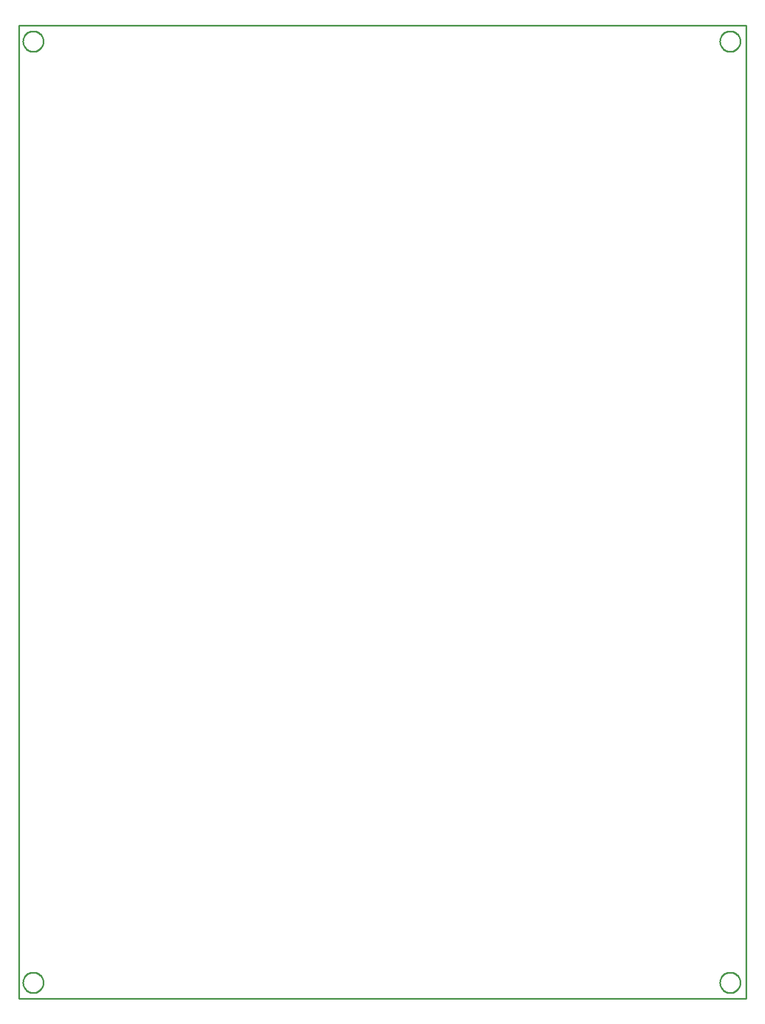
<source format=gbr>
G04 EAGLE Gerber RS-274X export*
G75*
%MOMM*%
%FSLAX34Y34*%
%LPD*%
%IN*%
%IPPOS*%
%AMOC8*
5,1,8,0,0,1.08239X$1,22.5*%
G01*
%ADD10C,0.254000*%


D10*
X3300Y0D02*
X1143000Y0D01*
X1143000Y1523800D01*
X3300Y1523800D01*
X3300Y0D01*
X1133600Y24876D02*
X1133532Y23831D01*
X1133395Y22792D01*
X1133190Y21765D01*
X1132919Y20753D01*
X1132583Y19761D01*
X1132182Y18793D01*
X1131718Y17854D01*
X1131195Y16946D01*
X1130613Y16075D01*
X1129975Y15244D01*
X1129284Y14457D01*
X1128543Y13716D01*
X1127756Y13025D01*
X1126925Y12388D01*
X1126054Y11806D01*
X1125146Y11282D01*
X1124207Y10818D01*
X1123239Y10417D01*
X1122247Y10081D01*
X1121235Y9810D01*
X1120208Y9605D01*
X1119169Y9469D01*
X1118124Y9400D01*
X1117076Y9400D01*
X1116031Y9469D01*
X1114992Y9605D01*
X1113965Y9810D01*
X1112953Y10081D01*
X1111961Y10417D01*
X1110993Y10818D01*
X1110054Y11282D01*
X1109146Y11806D01*
X1108275Y12388D01*
X1107444Y13025D01*
X1106657Y13716D01*
X1105916Y14457D01*
X1105225Y15244D01*
X1104588Y16075D01*
X1104006Y16946D01*
X1103482Y17854D01*
X1103018Y18793D01*
X1102617Y19761D01*
X1102281Y20753D01*
X1102010Y21765D01*
X1101805Y22792D01*
X1101669Y23831D01*
X1101600Y24876D01*
X1101600Y25924D01*
X1101669Y26969D01*
X1101805Y28008D01*
X1102010Y29035D01*
X1102281Y30047D01*
X1102617Y31039D01*
X1103018Y32007D01*
X1103482Y32946D01*
X1104006Y33854D01*
X1104588Y34725D01*
X1105225Y35556D01*
X1105916Y36343D01*
X1106657Y37084D01*
X1107444Y37775D01*
X1108275Y38413D01*
X1109146Y38995D01*
X1110054Y39518D01*
X1110993Y39982D01*
X1111961Y40383D01*
X1112953Y40719D01*
X1113965Y40990D01*
X1114992Y41195D01*
X1116031Y41332D01*
X1117076Y41400D01*
X1118124Y41400D01*
X1119169Y41332D01*
X1120208Y41195D01*
X1121235Y40990D01*
X1122247Y40719D01*
X1123239Y40383D01*
X1124207Y39982D01*
X1125146Y39518D01*
X1126054Y38995D01*
X1126925Y38413D01*
X1127756Y37775D01*
X1128543Y37084D01*
X1129284Y36343D01*
X1129975Y35556D01*
X1130613Y34725D01*
X1131195Y33854D01*
X1131718Y32946D01*
X1132182Y32007D01*
X1132583Y31039D01*
X1132919Y30047D01*
X1133190Y29035D01*
X1133395Y28008D01*
X1133532Y26969D01*
X1133600Y25924D01*
X1133600Y24876D01*
X1133600Y1498076D02*
X1133532Y1497031D01*
X1133395Y1495992D01*
X1133190Y1494965D01*
X1132919Y1493953D01*
X1132583Y1492961D01*
X1132182Y1491993D01*
X1131718Y1491054D01*
X1131195Y1490146D01*
X1130613Y1489275D01*
X1129975Y1488444D01*
X1129284Y1487657D01*
X1128543Y1486916D01*
X1127756Y1486225D01*
X1126925Y1485588D01*
X1126054Y1485006D01*
X1125146Y1484482D01*
X1124207Y1484018D01*
X1123239Y1483617D01*
X1122247Y1483281D01*
X1121235Y1483010D01*
X1120208Y1482805D01*
X1119169Y1482669D01*
X1118124Y1482600D01*
X1117076Y1482600D01*
X1116031Y1482669D01*
X1114992Y1482805D01*
X1113965Y1483010D01*
X1112953Y1483281D01*
X1111961Y1483617D01*
X1110993Y1484018D01*
X1110054Y1484482D01*
X1109146Y1485006D01*
X1108275Y1485588D01*
X1107444Y1486225D01*
X1106657Y1486916D01*
X1105916Y1487657D01*
X1105225Y1488444D01*
X1104588Y1489275D01*
X1104006Y1490146D01*
X1103482Y1491054D01*
X1103018Y1491993D01*
X1102617Y1492961D01*
X1102281Y1493953D01*
X1102010Y1494965D01*
X1101805Y1495992D01*
X1101669Y1497031D01*
X1101600Y1498076D01*
X1101600Y1499124D01*
X1101669Y1500169D01*
X1101805Y1501208D01*
X1102010Y1502235D01*
X1102281Y1503247D01*
X1102617Y1504239D01*
X1103018Y1505207D01*
X1103482Y1506146D01*
X1104006Y1507054D01*
X1104588Y1507925D01*
X1105225Y1508756D01*
X1105916Y1509543D01*
X1106657Y1510284D01*
X1107444Y1510975D01*
X1108275Y1511613D01*
X1109146Y1512195D01*
X1110054Y1512718D01*
X1110993Y1513182D01*
X1111961Y1513583D01*
X1112953Y1513919D01*
X1113965Y1514190D01*
X1114992Y1514395D01*
X1116031Y1514532D01*
X1117076Y1514600D01*
X1118124Y1514600D01*
X1119169Y1514532D01*
X1120208Y1514395D01*
X1121235Y1514190D01*
X1122247Y1513919D01*
X1123239Y1513583D01*
X1124207Y1513182D01*
X1125146Y1512718D01*
X1126054Y1512195D01*
X1126925Y1511613D01*
X1127756Y1510975D01*
X1128543Y1510284D01*
X1129284Y1509543D01*
X1129975Y1508756D01*
X1130613Y1507925D01*
X1131195Y1507054D01*
X1131718Y1506146D01*
X1132182Y1505207D01*
X1132583Y1504239D01*
X1132919Y1503247D01*
X1133190Y1502235D01*
X1133395Y1501208D01*
X1133532Y1500169D01*
X1133600Y1499124D01*
X1133600Y1498076D01*
X41400Y1498076D02*
X41332Y1497031D01*
X41195Y1495992D01*
X40990Y1494965D01*
X40719Y1493953D01*
X40383Y1492961D01*
X39982Y1491993D01*
X39518Y1491054D01*
X38995Y1490146D01*
X38413Y1489275D01*
X37775Y1488444D01*
X37084Y1487657D01*
X36343Y1486916D01*
X35556Y1486225D01*
X34725Y1485588D01*
X33854Y1485006D01*
X32946Y1484482D01*
X32007Y1484018D01*
X31039Y1483617D01*
X30047Y1483281D01*
X29035Y1483010D01*
X28008Y1482805D01*
X26969Y1482669D01*
X25924Y1482600D01*
X24876Y1482600D01*
X23831Y1482669D01*
X22792Y1482805D01*
X21765Y1483010D01*
X20753Y1483281D01*
X19761Y1483617D01*
X18793Y1484018D01*
X17854Y1484482D01*
X16946Y1485006D01*
X16075Y1485588D01*
X15244Y1486225D01*
X14457Y1486916D01*
X13716Y1487657D01*
X13025Y1488444D01*
X12388Y1489275D01*
X11806Y1490146D01*
X11282Y1491054D01*
X10818Y1491993D01*
X10417Y1492961D01*
X10081Y1493953D01*
X9810Y1494965D01*
X9605Y1495992D01*
X9469Y1497031D01*
X9400Y1498076D01*
X9400Y1499124D01*
X9469Y1500169D01*
X9605Y1501208D01*
X9810Y1502235D01*
X10081Y1503247D01*
X10417Y1504239D01*
X10818Y1505207D01*
X11282Y1506146D01*
X11806Y1507054D01*
X12388Y1507925D01*
X13025Y1508756D01*
X13716Y1509543D01*
X14457Y1510284D01*
X15244Y1510975D01*
X16075Y1511613D01*
X16946Y1512195D01*
X17854Y1512718D01*
X18793Y1513182D01*
X19761Y1513583D01*
X20753Y1513919D01*
X21765Y1514190D01*
X22792Y1514395D01*
X23831Y1514532D01*
X24876Y1514600D01*
X25924Y1514600D01*
X26969Y1514532D01*
X28008Y1514395D01*
X29035Y1514190D01*
X30047Y1513919D01*
X31039Y1513583D01*
X32007Y1513182D01*
X32946Y1512718D01*
X33854Y1512195D01*
X34725Y1511613D01*
X35556Y1510975D01*
X36343Y1510284D01*
X37084Y1509543D01*
X37775Y1508756D01*
X38413Y1507925D01*
X38995Y1507054D01*
X39518Y1506146D01*
X39982Y1505207D01*
X40383Y1504239D01*
X40719Y1503247D01*
X40990Y1502235D01*
X41195Y1501208D01*
X41332Y1500169D01*
X41400Y1499124D01*
X41400Y1498076D01*
X41400Y24876D02*
X41332Y23831D01*
X41195Y22792D01*
X40990Y21765D01*
X40719Y20753D01*
X40383Y19761D01*
X39982Y18793D01*
X39518Y17854D01*
X38995Y16946D01*
X38413Y16075D01*
X37775Y15244D01*
X37084Y14457D01*
X36343Y13716D01*
X35556Y13025D01*
X34725Y12388D01*
X33854Y11806D01*
X32946Y11282D01*
X32007Y10818D01*
X31039Y10417D01*
X30047Y10081D01*
X29035Y9810D01*
X28008Y9605D01*
X26969Y9469D01*
X25924Y9400D01*
X24876Y9400D01*
X23831Y9469D01*
X22792Y9605D01*
X21765Y9810D01*
X20753Y10081D01*
X19761Y10417D01*
X18793Y10818D01*
X17854Y11282D01*
X16946Y11806D01*
X16075Y12388D01*
X15244Y13025D01*
X14457Y13716D01*
X13716Y14457D01*
X13025Y15244D01*
X12388Y16075D01*
X11806Y16946D01*
X11282Y17854D01*
X10818Y18793D01*
X10417Y19761D01*
X10081Y20753D01*
X9810Y21765D01*
X9605Y22792D01*
X9469Y23831D01*
X9400Y24876D01*
X9400Y25924D01*
X9469Y26969D01*
X9605Y28008D01*
X9810Y29035D01*
X10081Y30047D01*
X10417Y31039D01*
X10818Y32007D01*
X11282Y32946D01*
X11806Y33854D01*
X12388Y34725D01*
X13025Y35556D01*
X13716Y36343D01*
X14457Y37084D01*
X15244Y37775D01*
X16075Y38413D01*
X16946Y38995D01*
X17854Y39518D01*
X18793Y39982D01*
X19761Y40383D01*
X20753Y40719D01*
X21765Y40990D01*
X22792Y41195D01*
X23831Y41332D01*
X24876Y41400D01*
X25924Y41400D01*
X26969Y41332D01*
X28008Y41195D01*
X29035Y40990D01*
X30047Y40719D01*
X31039Y40383D01*
X32007Y39982D01*
X32946Y39518D01*
X33854Y38995D01*
X34725Y38413D01*
X35556Y37775D01*
X36343Y37084D01*
X37084Y36343D01*
X37775Y35556D01*
X38413Y34725D01*
X38995Y33854D01*
X39518Y32946D01*
X39982Y32007D01*
X40383Y31039D01*
X40719Y30047D01*
X40990Y29035D01*
X41195Y28008D01*
X41332Y26969D01*
X41400Y25924D01*
X41400Y24876D01*
M02*

</source>
